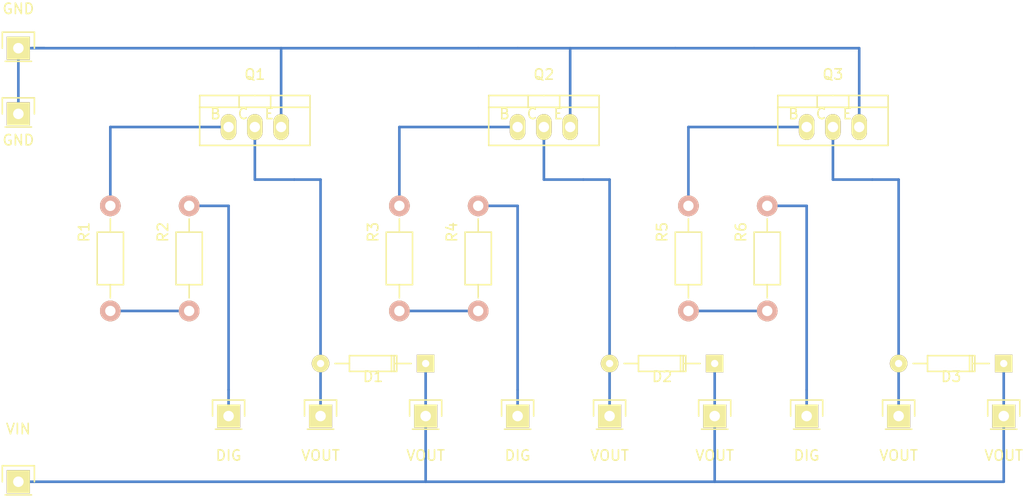
<source format=kicad_pcb>
(kicad_pcb (version 4) (host pcbnew "(2014-12-04 BZR 5312)-product")

  (general
    (links 0)
    (no_connects 0)
    (area 29.421 43.053 85.673001 86.34349)
    (thickness 1.6)
    (drawings 0)
    (tracks 53)
    (zones 0)
    (modules 24)
    (nets 1)
  )

  (page A4)
  (layers
    (0 F.Cu signal)
    (31 B.Cu signal)
    (32 B.Adhes user)
    (33 F.Adhes user)
    (34 B.Paste user)
    (35 F.Paste user)
    (36 B.SilkS user)
    (37 F.SilkS user)
    (38 B.Mask user)
    (39 F.Mask user)
    (40 Dwgs.User user)
    (41 Cmts.User user)
    (42 Eco1.User user)
    (43 Eco2.User user)
    (44 Edge.Cuts user)
    (45 Margin user)
    (46 B.CrtYd user)
    (47 F.CrtYd user)
    (48 B.Fab user)
    (49 F.Fab user)
  )

  (setup
    (last_trace_width 0.254)
    (trace_clearance 0.254)
    (zone_clearance 0.508)
    (zone_45_only no)
    (trace_min 0.254)
    (segment_width 0.2)
    (edge_width 0.1)
    (via_size 0.889)
    (via_drill 0.635)
    (via_min_size 0.889)
    (via_min_drill 0.508)
    (uvia_size 0.508)
    (uvia_drill 0.127)
    (uvias_allowed no)
    (uvia_min_size 0.508)
    (uvia_min_drill 0.127)
    (pcb_text_width 0.3)
    (pcb_text_size 1.5 1.5)
    (mod_edge_width 0.15)
    (mod_text_size 1 1)
    (mod_text_width 0.15)
    (pad_size 1.5 1.5)
    (pad_drill 0.6)
    (pad_to_mask_clearance 0)
    (aux_axis_origin 0 0)
    (visible_elements 7FFFFFFF)
    (pcbplotparams
      (layerselection 0x00030_80000001)
      (usegerberextensions false)
      (excludeedgelayer true)
      (linewidth 0.100000)
      (plotframeref false)
      (viasonmask false)
      (mode 1)
      (useauxorigin false)
      (hpglpennumber 1)
      (hpglpenspeed 20)
      (hpglpendiameter 15)
      (hpglpenoverlay 2)
      (psnegative false)
      (psa4output false)
      (plotreference true)
      (plotvalue true)
      (plotinvisibletext false)
      (padsonsilk false)
      (subtractmaskfromsilk false)
      (outputformat 1)
      (mirror false)
      (drillshape 1)
      (scaleselection 1)
      (outputdirectory ""))
  )

  (net 0 "")

  (net_class Default "This is the default net class."
    (clearance 0.254)
    (trace_width 0.254)
    (via_dia 0.889)
    (via_drill 0.635)
    (uvia_dia 0.508)
    (uvia_drill 0.127)
  )

  (module Transistors_TO-220:TO-220_Bipolar-BCE_Vertical (layer F.Cu) (tedit 54ED5B40) (tstamp 54ED5BAB)
    (at 97.79 50.8)
    (descr "TO-220, Bipolar-BCE, Vertical,")
    (tags "TO-220, Bipolar-BCE, Vertical,")
    (fp_text reference Q3 (at 0 -5.08) (layer F.SilkS)
      (effects (font (size 1 1) (thickness 0.15)))
    )
    (fp_text value TIP120 (at 0 3.81) (layer F.SilkS) hide
      (effects (font (size 1 1) (thickness 0.15)))
    )
    (fp_text user E (at 1.397 -1.27) (layer F.SilkS)
      (effects (font (size 1 1) (thickness 0.15)))
    )
    (fp_text user C (at -1.143 -1.27) (layer F.SilkS)
      (effects (font (size 1 1) (thickness 0.15)))
    )
    (fp_text user B (at -3.81 -1.27) (layer F.SilkS)
      (effects (font (size 1 1) (thickness 0.15)))
    )
    (fp_line (start -1.524 -3.048) (end -1.524 -1.905) (layer F.SilkS) (width 0.15))
    (fp_line (start 1.524 -3.048) (end 1.524 -1.905) (layer F.SilkS) (width 0.15))
    (fp_line (start 5.334 -1.905) (end 5.334 1.778) (layer F.SilkS) (width 0.15))
    (fp_line (start 5.334 1.778) (end -5.334 1.778) (layer F.SilkS) (width 0.15))
    (fp_line (start -5.334 1.778) (end -5.334 -1.905) (layer F.SilkS) (width 0.15))
    (fp_line (start 5.334 -3.048) (end 5.334 -1.905) (layer F.SilkS) (width 0.15))
    (fp_line (start 5.334 -1.905) (end -5.334 -1.905) (layer F.SilkS) (width 0.15))
    (fp_line (start -5.334 -1.905) (end -5.334 -3.048) (layer F.SilkS) (width 0.15))
    (fp_line (start 0 -3.048) (end -5.334 -3.048) (layer F.SilkS) (width 0.15))
    (fp_line (start 0 -3.048) (end 5.334 -3.048) (layer F.SilkS) (width 0.15))
    (pad C thru_hole oval (at 0 0 90) (size 2.49936 1.50114) (drill 1.00076) (layers *.Cu *.Mask F.SilkS))
    (pad B thru_hole oval (at -2.54 0 90) (size 2.49936 1.50114) (drill 1.00076) (layers *.Cu *.Mask F.SilkS))
    (pad E thru_hole oval (at 2.54 0 90) (size 2.49936 1.50114) (drill 1.00076) (layers *.Cu *.Mask F.SilkS))
    (model Transistors_TO-220/TO-220_Bipolar-BCE_Vertical.wrl
      (at (xyz 0 0 0))
      (scale (xyz 0.3937 0.3937 0.3937))
      (rotate (xyz 0 0 0))
    )
  )

  (module Resistors_ThroughHole:Resistor_Horizontal_RM10mm (layer F.Cu) (tedit 54ED5B48) (tstamp 54ED5BA0)
    (at 83.82 63.5 270)
    (descr "Resistor, Axial,  RM 10mm, 1/3W,")
    (tags "Resistor, Axial, RM 10mm, 1/3W,")
    (fp_text reference R5 (at -2.54 2.54 270) (layer F.SilkS)
      (effects (font (size 1 1) (thickness 0.15)))
    )
    (fp_text value 470Ω (at 2.54 2.54 270) (layer F.SilkS) hide
      (effects (font (size 1 1) (thickness 0.15)))
    )
    (fp_line (start -2.54 -1.27) (end 2.54 -1.27) (layer F.SilkS) (width 0.15))
    (fp_line (start 2.54 -1.27) (end 2.54 1.27) (layer F.SilkS) (width 0.15))
    (fp_line (start 2.54 1.27) (end -2.54 1.27) (layer F.SilkS) (width 0.15))
    (fp_line (start -2.54 1.27) (end -2.54 -1.27) (layer F.SilkS) (width 0.15))
    (fp_line (start -2.54 0) (end -3.81 0) (layer F.SilkS) (width 0.15))
    (fp_line (start 2.54 0) (end 3.81 0) (layer F.SilkS) (width 0.15))
    (pad 1 thru_hole circle (at -5.08 0 270) (size 1.99898 1.99898) (drill 1.00076) (layers *.Cu *.SilkS *.Mask))
    (pad 2 thru_hole circle (at 5.08 0 270) (size 1.99898 1.99898) (drill 1.00076) (layers *.Cu *.SilkS *.Mask))
    (model Resistors_ThroughHole/Resistor_Horizontal_RM10mm.wrl
      (at (xyz 0 0 0))
      (scale (xyz 0.4 0.4 0.4))
      (rotate (xyz 0 0 0))
    )
  )

  (module Resistors_ThroughHole:Resistor_Horizontal_RM10mm (layer F.Cu) (tedit 54ED5B4D) (tstamp 54ED5B95)
    (at 91.44 63.5 90)
    (descr "Resistor, Axial,  RM 10mm, 1/3W,")
    (tags "Resistor, Axial, RM 10mm, 1/3W,")
    (fp_text reference R6 (at 2.54 -2.54 90) (layer F.SilkS)
      (effects (font (size 1 1) (thickness 0.15)))
    )
    (fp_text value 470Ω (at -2.54 -2.54 90) (layer F.SilkS) hide
      (effects (font (size 1 1) (thickness 0.15)))
    )
    (fp_line (start -2.54 -1.27) (end 2.54 -1.27) (layer F.SilkS) (width 0.15))
    (fp_line (start 2.54 -1.27) (end 2.54 1.27) (layer F.SilkS) (width 0.15))
    (fp_line (start 2.54 1.27) (end -2.54 1.27) (layer F.SilkS) (width 0.15))
    (fp_line (start -2.54 1.27) (end -2.54 -1.27) (layer F.SilkS) (width 0.15))
    (fp_line (start -2.54 0) (end -3.81 0) (layer F.SilkS) (width 0.15))
    (fp_line (start 2.54 0) (end 3.81 0) (layer F.SilkS) (width 0.15))
    (pad 1 thru_hole circle (at -5.08 0 90) (size 1.99898 1.99898) (drill 1.00076) (layers *.Cu *.SilkS *.Mask))
    (pad 2 thru_hole circle (at 5.08 0 90) (size 1.99898 1.99898) (drill 1.00076) (layers *.Cu *.SilkS *.Mask))
    (model Resistors_ThroughHole/Resistor_Horizontal_RM10mm.wrl
      (at (xyz 0 0 0))
      (scale (xyz 0.4 0.4 0.4))
      (rotate (xyz 0 0 0))
    )
  )

  (module Pin_Headers:Pin_Header_Straight_1x01 (layer F.Cu) (tedit 54ED5B54) (tstamp 54ED5B89)
    (at 95.25 78.74)
    (descr "Through hole pin header")
    (tags "pin header")
    (fp_text reference DIG (at 0 3.81) (layer F.SilkS)
      (effects (font (size 1 1) (thickness 0.15)))
    )
    (fp_text value IN3 (at 0 2.54) (layer F.SilkS) hide
      (effects (font (size 1 1) (thickness 0.15)))
    )
    (fp_line (start 1.55 -1.55) (end 1.55 0) (layer F.SilkS) (width 0.15))
    (fp_line (start -1.75 -1.75) (end -1.75 1.75) (layer F.CrtYd) (width 0.05))
    (fp_line (start 1.75 -1.75) (end 1.75 1.75) (layer F.CrtYd) (width 0.05))
    (fp_line (start -1.75 -1.75) (end 1.75 -1.75) (layer F.CrtYd) (width 0.05))
    (fp_line (start -1.75 1.75) (end 1.75 1.75) (layer F.CrtYd) (width 0.05))
    (fp_line (start -1.55 0) (end -1.55 -1.55) (layer F.SilkS) (width 0.15))
    (fp_line (start -1.55 -1.55) (end 1.55 -1.55) (layer F.SilkS) (width 0.15))
    (fp_line (start -1.27 1.27) (end 1.27 1.27) (layer F.SilkS) (width 0.15))
    (pad 1 thru_hole rect (at 0 0) (size 2.2352 2.2352) (drill 1.016) (layers *.Cu *.Mask F.SilkS))
    (model Pin_Headers/Pin_Header_Straight_1x01.wrl
      (at (xyz 0 0 0))
      (scale (xyz 1 1 1))
      (rotate (xyz 0 0 90))
    )
  )

  (module Diodes_ThroughHole:Diode_DO-35_SOD27_Horizontal_RM10 (layer F.Cu) (tedit 54ED5B69) (tstamp 54ED5B7B)
    (at 109.22 73.66)
    (descr "Diode, DO-35,  SOD27, Horizontal, RM 10mm")
    (tags "Diode, DO-35, SOD27, Horizontal, RM 10mm, 1N4148,")
    (fp_text reference D3 (at 0 1.27) (layer F.SilkS)
      (effects (font (size 1 1) (thickness 0.15)))
    )
    (fp_text value 1N4001 (at 0 -1.27) (layer F.SilkS) hide
      (effects (font (size 1 1) (thickness 0.15)))
    )
    (fp_line (start -2.286 0) (end -3.683 0) (layer F.SilkS) (width 0.15))
    (fp_line (start 2.159 0) (end 3.683 0) (layer F.SilkS) (width 0.15))
    (fp_line (start 1.778 -0.762) (end 1.778 0.762) (layer F.SilkS) (width 0.15))
    (fp_line (start 2.032 -0.762) (end 2.032 0.762) (layer F.SilkS) (width 0.15))
    (fp_line (start 2.286 0) (end 2.286 0.762) (layer F.SilkS) (width 0.15))
    (fp_line (start 2.286 0.762) (end -2.286 0.762) (layer F.SilkS) (width 0.15))
    (fp_line (start -2.286 0.762) (end -2.286 -0.762) (layer F.SilkS) (width 0.15))
    (fp_line (start -2.286 -0.762) (end 2.286 -0.762) (layer F.SilkS) (width 0.15))
    (fp_line (start 2.286 -0.762) (end 2.286 0) (layer F.SilkS) (width 0.15))
    (pad 1 thru_hole circle (at -5.08 0) (size 1.69926 1.69926) (drill 0.70104) (layers *.Cu *.Mask F.SilkS))
    (pad 2 thru_hole rect (at 5.08 0) (size 1.69926 1.69926) (drill 0.70104) (layers *.Cu *.Mask F.SilkS))
    (model Diodes_ThroughHole/Diode_DO-35_SOD27_Horizontal_RM10.wrl
      (at (xyz 0 0 0))
      (scale (xyz 0.4 0.4 0.4))
      (rotate (xyz 0 0 0))
    )
  )

  (module Pin_Headers:Pin_Header_Straight_1x01 (layer F.Cu) (tedit 54ED5B5D) (tstamp 54ED5B6F)
    (at 104.14 78.74)
    (descr "Through hole pin header")
    (tags "pin header")
    (fp_text reference VOUT (at 0 3.81) (layer F.SilkS)
      (effects (font (size 1 1) (thickness 0.15)))
    )
    (fp_text value "TO SOL 3" (at 0 2.54) (layer F.SilkS) hide
      (effects (font (size 1 1) (thickness 0.15)))
    )
    (fp_line (start 1.55 -1.55) (end 1.55 0) (layer F.SilkS) (width 0.15))
    (fp_line (start -1.75 -1.75) (end -1.75 1.75) (layer F.CrtYd) (width 0.05))
    (fp_line (start 1.75 -1.75) (end 1.75 1.75) (layer F.CrtYd) (width 0.05))
    (fp_line (start -1.75 -1.75) (end 1.75 -1.75) (layer F.CrtYd) (width 0.05))
    (fp_line (start -1.75 1.75) (end 1.75 1.75) (layer F.CrtYd) (width 0.05))
    (fp_line (start -1.55 0) (end -1.55 -1.55) (layer F.SilkS) (width 0.15))
    (fp_line (start -1.55 -1.55) (end 1.55 -1.55) (layer F.SilkS) (width 0.15))
    (fp_line (start -1.27 1.27) (end 1.27 1.27) (layer F.SilkS) (width 0.15))
    (pad 1 thru_hole rect (at 0 0) (size 2.2352 2.2352) (drill 1.016) (layers *.Cu *.Mask F.SilkS))
    (model Pin_Headers/Pin_Header_Straight_1x01.wrl
      (at (xyz 0 0 0))
      (scale (xyz 1 1 1))
      (rotate (xyz 0 0 90))
    )
  )

  (module Pin_Headers:Pin_Header_Straight_1x01 (layer F.Cu) (tedit 54ED5B63) (tstamp 54ED5B63)
    (at 114.3 78.74)
    (descr "Through hole pin header")
    (tags "pin header")
    (fp_text reference VOUT (at 0 3.81) (layer F.SilkS)
      (effects (font (size 1 1) (thickness 0.15)))
    )
    (fp_text value "TO SOL 3" (at 0 2.54) (layer F.SilkS) hide
      (effects (font (size 1 1) (thickness 0.15)))
    )
    (fp_line (start 1.55 -1.55) (end 1.55 0) (layer F.SilkS) (width 0.15))
    (fp_line (start -1.75 -1.75) (end -1.75 1.75) (layer F.CrtYd) (width 0.05))
    (fp_line (start 1.75 -1.75) (end 1.75 1.75) (layer F.CrtYd) (width 0.05))
    (fp_line (start -1.75 -1.75) (end 1.75 -1.75) (layer F.CrtYd) (width 0.05))
    (fp_line (start -1.75 1.75) (end 1.75 1.75) (layer F.CrtYd) (width 0.05))
    (fp_line (start -1.55 0) (end -1.55 -1.55) (layer F.SilkS) (width 0.15))
    (fp_line (start -1.55 -1.55) (end 1.55 -1.55) (layer F.SilkS) (width 0.15))
    (fp_line (start -1.27 1.27) (end 1.27 1.27) (layer F.SilkS) (width 0.15))
    (pad 1 thru_hole rect (at 0 0) (size 2.2352 2.2352) (drill 1.016) (layers *.Cu *.Mask F.SilkS))
    (model Pin_Headers/Pin_Header_Straight_1x01.wrl
      (at (xyz 0 0 0))
      (scale (xyz 1 1 1))
      (rotate (xyz 0 0 90))
    )
  )

  (module Pin_Headers:Pin_Header_Straight_1x01 (layer F.Cu) (tedit 54ED5A63) (tstamp 54ED5A32)
    (at 86.36 78.74)
    (descr "Through hole pin header")
    (tags "pin header")
    (fp_text reference VOUT (at 0 3.81) (layer F.SilkS)
      (effects (font (size 1 1) (thickness 0.15)))
    )
    (fp_text value "TO SOL 2" (at 0 2.54) (layer F.SilkS) hide
      (effects (font (size 1 1) (thickness 0.15)))
    )
    (fp_line (start 1.55 -1.55) (end 1.55 0) (layer F.SilkS) (width 0.15))
    (fp_line (start -1.75 -1.75) (end -1.75 1.75) (layer F.CrtYd) (width 0.05))
    (fp_line (start 1.75 -1.75) (end 1.75 1.75) (layer F.CrtYd) (width 0.05))
    (fp_line (start -1.75 -1.75) (end 1.75 -1.75) (layer F.CrtYd) (width 0.05))
    (fp_line (start -1.75 1.75) (end 1.75 1.75) (layer F.CrtYd) (width 0.05))
    (fp_line (start -1.55 0) (end -1.55 -1.55) (layer F.SilkS) (width 0.15))
    (fp_line (start -1.55 -1.55) (end 1.55 -1.55) (layer F.SilkS) (width 0.15))
    (fp_line (start -1.27 1.27) (end 1.27 1.27) (layer F.SilkS) (width 0.15))
    (pad 1 thru_hole rect (at 0 0) (size 2.2352 2.2352) (drill 1.016) (layers *.Cu *.Mask F.SilkS))
    (model Pin_Headers/Pin_Header_Straight_1x01.wrl
      (at (xyz 0 0 0))
      (scale (xyz 1 1 1))
      (rotate (xyz 0 0 90))
    )
  )

  (module Pin_Headers:Pin_Header_Straight_1x01 (layer F.Cu) (tedit 54ED5A5B) (tstamp 54ED5A26)
    (at 76.2 78.74)
    (descr "Through hole pin header")
    (tags "pin header")
    (fp_text reference VOUT (at 0 3.81) (layer F.SilkS)
      (effects (font (size 1 1) (thickness 0.15)))
    )
    (fp_text value "TO SOL 2" (at 0 2.54) (layer F.SilkS) hide
      (effects (font (size 1 1) (thickness 0.15)))
    )
    (fp_line (start 1.55 -1.55) (end 1.55 0) (layer F.SilkS) (width 0.15))
    (fp_line (start -1.75 -1.75) (end -1.75 1.75) (layer F.CrtYd) (width 0.05))
    (fp_line (start 1.75 -1.75) (end 1.75 1.75) (layer F.CrtYd) (width 0.05))
    (fp_line (start -1.75 -1.75) (end 1.75 -1.75) (layer F.CrtYd) (width 0.05))
    (fp_line (start -1.75 1.75) (end 1.75 1.75) (layer F.CrtYd) (width 0.05))
    (fp_line (start -1.55 0) (end -1.55 -1.55) (layer F.SilkS) (width 0.15))
    (fp_line (start -1.55 -1.55) (end 1.55 -1.55) (layer F.SilkS) (width 0.15))
    (fp_line (start -1.27 1.27) (end 1.27 1.27) (layer F.SilkS) (width 0.15))
    (pad 1 thru_hole rect (at 0 0) (size 2.2352 2.2352) (drill 1.016) (layers *.Cu *.Mask F.SilkS))
    (model Pin_Headers/Pin_Header_Straight_1x01.wrl
      (at (xyz 0 0 0))
      (scale (xyz 1 1 1))
      (rotate (xyz 0 0 90))
    )
  )

  (module Diodes_ThroughHole:Diode_DO-35_SOD27_Horizontal_RM10 (layer F.Cu) (tedit 54ED5A6B) (tstamp 54ED5A18)
    (at 81.28 73.66)
    (descr "Diode, DO-35,  SOD27, Horizontal, RM 10mm")
    (tags "Diode, DO-35, SOD27, Horizontal, RM 10mm, 1N4148,")
    (fp_text reference D2 (at 0 1.27) (layer F.SilkS)
      (effects (font (size 1 1) (thickness 0.15)))
    )
    (fp_text value 1N4001 (at 0 -1.27) (layer F.SilkS) hide
      (effects (font (size 1 1) (thickness 0.15)))
    )
    (fp_line (start -2.286 0) (end -3.683 0) (layer F.SilkS) (width 0.15))
    (fp_line (start 2.159 0) (end 3.683 0) (layer F.SilkS) (width 0.15))
    (fp_line (start 1.778 -0.762) (end 1.778 0.762) (layer F.SilkS) (width 0.15))
    (fp_line (start 2.032 -0.762) (end 2.032 0.762) (layer F.SilkS) (width 0.15))
    (fp_line (start 2.286 0) (end 2.286 0.762) (layer F.SilkS) (width 0.15))
    (fp_line (start 2.286 0.762) (end -2.286 0.762) (layer F.SilkS) (width 0.15))
    (fp_line (start -2.286 0.762) (end -2.286 -0.762) (layer F.SilkS) (width 0.15))
    (fp_line (start -2.286 -0.762) (end 2.286 -0.762) (layer F.SilkS) (width 0.15))
    (fp_line (start 2.286 -0.762) (end 2.286 0) (layer F.SilkS) (width 0.15))
    (pad 1 thru_hole circle (at -5.08 0) (size 1.69926 1.69926) (drill 0.70104) (layers *.Cu *.Mask F.SilkS))
    (pad 2 thru_hole rect (at 5.08 0) (size 1.69926 1.69926) (drill 0.70104) (layers *.Cu *.Mask F.SilkS))
    (model Diodes_ThroughHole/Diode_DO-35_SOD27_Horizontal_RM10.wrl
      (at (xyz 0 0 0))
      (scale (xyz 0.4 0.4 0.4))
      (rotate (xyz 0 0 0))
    )
  )

  (module Pin_Headers:Pin_Header_Straight_1x01 (layer F.Cu) (tedit 54ED5A52) (tstamp 54ED5A0C)
    (at 67.31 78.74)
    (descr "Through hole pin header")
    (tags "pin header")
    (fp_text reference DIG (at 0 3.81) (layer F.SilkS)
      (effects (font (size 1 1) (thickness 0.15)))
    )
    (fp_text value IN2 (at 0 2.54) (layer F.SilkS) hide
      (effects (font (size 1 1) (thickness 0.15)))
    )
    (fp_line (start 1.55 -1.55) (end 1.55 0) (layer F.SilkS) (width 0.15))
    (fp_line (start -1.75 -1.75) (end -1.75 1.75) (layer F.CrtYd) (width 0.05))
    (fp_line (start 1.75 -1.75) (end 1.75 1.75) (layer F.CrtYd) (width 0.05))
    (fp_line (start -1.75 -1.75) (end 1.75 -1.75) (layer F.CrtYd) (width 0.05))
    (fp_line (start -1.75 1.75) (end 1.75 1.75) (layer F.CrtYd) (width 0.05))
    (fp_line (start -1.55 0) (end -1.55 -1.55) (layer F.SilkS) (width 0.15))
    (fp_line (start -1.55 -1.55) (end 1.55 -1.55) (layer F.SilkS) (width 0.15))
    (fp_line (start -1.27 1.27) (end 1.27 1.27) (layer F.SilkS) (width 0.15))
    (pad 1 thru_hole rect (at 0 0) (size 2.2352 2.2352) (drill 1.016) (layers *.Cu *.Mask F.SilkS))
    (model Pin_Headers/Pin_Header_Straight_1x01.wrl
      (at (xyz 0 0 0))
      (scale (xyz 1 1 1))
      (rotate (xyz 0 0 90))
    )
  )

  (module Resistors_ThroughHole:Resistor_Horizontal_RM10mm (layer F.Cu) (tedit 54ED5A1A) (tstamp 54ED5A01)
    (at 63.5 63.5 90)
    (descr "Resistor, Axial,  RM 10mm, 1/3W,")
    (tags "Resistor, Axial, RM 10mm, 1/3W,")
    (fp_text reference R4 (at 2.54 -2.54 90) (layer F.SilkS)
      (effects (font (size 1 1) (thickness 0.15)))
    )
    (fp_text value 470Ω (at -2.54 -2.54 90) (layer F.SilkS) hide
      (effects (font (size 1 1) (thickness 0.15)))
    )
    (fp_line (start -2.54 -1.27) (end 2.54 -1.27) (layer F.SilkS) (width 0.15))
    (fp_line (start 2.54 -1.27) (end 2.54 1.27) (layer F.SilkS) (width 0.15))
    (fp_line (start 2.54 1.27) (end -2.54 1.27) (layer F.SilkS) (width 0.15))
    (fp_line (start -2.54 1.27) (end -2.54 -1.27) (layer F.SilkS) (width 0.15))
    (fp_line (start -2.54 0) (end -3.81 0) (layer F.SilkS) (width 0.15))
    (fp_line (start 2.54 0) (end 3.81 0) (layer F.SilkS) (width 0.15))
    (pad 1 thru_hole circle (at -5.08 0 90) (size 1.99898 1.99898) (drill 1.00076) (layers *.Cu *.SilkS *.Mask))
    (pad 2 thru_hole circle (at 5.08 0 90) (size 1.99898 1.99898) (drill 1.00076) (layers *.Cu *.SilkS *.Mask))
    (model Resistors_ThroughHole/Resistor_Horizontal_RM10mm.wrl
      (at (xyz 0 0 0))
      (scale (xyz 0.4 0.4 0.4))
      (rotate (xyz 0 0 0))
    )
  )

  (module Resistors_ThroughHole:Resistor_Horizontal_RM10mm (layer F.Cu) (tedit 54ED5A11) (tstamp 54ED59F6)
    (at 55.88 63.5 270)
    (descr "Resistor, Axial,  RM 10mm, 1/3W,")
    (tags "Resistor, Axial, RM 10mm, 1/3W,")
    (fp_text reference R3 (at -2.54 2.54 270) (layer F.SilkS)
      (effects (font (size 1 1) (thickness 0.15)))
    )
    (fp_text value 470Ω (at 2.54 2.54 270) (layer F.SilkS) hide
      (effects (font (size 1 1) (thickness 0.15)))
    )
    (fp_line (start -2.54 -1.27) (end 2.54 -1.27) (layer F.SilkS) (width 0.15))
    (fp_line (start 2.54 -1.27) (end 2.54 1.27) (layer F.SilkS) (width 0.15))
    (fp_line (start 2.54 1.27) (end -2.54 1.27) (layer F.SilkS) (width 0.15))
    (fp_line (start -2.54 1.27) (end -2.54 -1.27) (layer F.SilkS) (width 0.15))
    (fp_line (start -2.54 0) (end -3.81 0) (layer F.SilkS) (width 0.15))
    (fp_line (start 2.54 0) (end 3.81 0) (layer F.SilkS) (width 0.15))
    (pad 1 thru_hole circle (at -5.08 0 270) (size 1.99898 1.99898) (drill 1.00076) (layers *.Cu *.SilkS *.Mask))
    (pad 2 thru_hole circle (at 5.08 0 270) (size 1.99898 1.99898) (drill 1.00076) (layers *.Cu *.SilkS *.Mask))
    (model Resistors_ThroughHole/Resistor_Horizontal_RM10mm.wrl
      (at (xyz 0 0 0))
      (scale (xyz 0.4 0.4 0.4))
      (rotate (xyz 0 0 0))
    )
  )

  (module Transistors_TO-220:TO-220_Bipolar-BCE_Vertical (layer F.Cu) (tedit 54ED5A05) (tstamp 54ED59E3)
    (at 69.85 50.8)
    (descr "TO-220, Bipolar-BCE, Vertical,")
    (tags "TO-220, Bipolar-BCE, Vertical,")
    (fp_text reference Q2 (at 0 -5.08) (layer F.SilkS)
      (effects (font (size 1 1) (thickness 0.15)))
    )
    (fp_text value TIP120 (at 0 3.81) (layer F.SilkS) hide
      (effects (font (size 1 1) (thickness 0.15)))
    )
    (fp_text user E (at 1.397 -1.27) (layer F.SilkS)
      (effects (font (size 1 1) (thickness 0.15)))
    )
    (fp_text user C (at -1.143 -1.27) (layer F.SilkS)
      (effects (font (size 1 1) (thickness 0.15)))
    )
    (fp_text user B (at -3.81 -1.27) (layer F.SilkS)
      (effects (font (size 1 1) (thickness 0.15)))
    )
    (fp_line (start -1.524 -3.048) (end -1.524 -1.905) (layer F.SilkS) (width 0.15))
    (fp_line (start 1.524 -3.048) (end 1.524 -1.905) (layer F.SilkS) (width 0.15))
    (fp_line (start 5.334 -1.905) (end 5.334 1.778) (layer F.SilkS) (width 0.15))
    (fp_line (start 5.334 1.778) (end -5.334 1.778) (layer F.SilkS) (width 0.15))
    (fp_line (start -5.334 1.778) (end -5.334 -1.905) (layer F.SilkS) (width 0.15))
    (fp_line (start 5.334 -3.048) (end 5.334 -1.905) (layer F.SilkS) (width 0.15))
    (fp_line (start 5.334 -1.905) (end -5.334 -1.905) (layer F.SilkS) (width 0.15))
    (fp_line (start -5.334 -1.905) (end -5.334 -3.048) (layer F.SilkS) (width 0.15))
    (fp_line (start 0 -3.048) (end -5.334 -3.048) (layer F.SilkS) (width 0.15))
    (fp_line (start 0 -3.048) (end 5.334 -3.048) (layer F.SilkS) (width 0.15))
    (pad C thru_hole oval (at 0 0 90) (size 2.49936 1.50114) (drill 1.00076) (layers *.Cu *.Mask F.SilkS))
    (pad B thru_hole oval (at -2.54 0 90) (size 2.49936 1.50114) (drill 1.00076) (layers *.Cu *.Mask F.SilkS))
    (pad E thru_hole oval (at 2.54 0 90) (size 2.49936 1.50114) (drill 1.00076) (layers *.Cu *.Mask F.SilkS))
    (model Transistors_TO-220/TO-220_Bipolar-BCE_Vertical.wrl
      (at (xyz 0 0 0))
      (scale (xyz 0.3937 0.3937 0.3937))
      (rotate (xyz 0 0 0))
    )
  )

  (module Transistors_TO-220:TO-220_Bipolar-BCE_Vertical (layer F.Cu) (tedit 54ED246D) (tstamp 54ED2A5C)
    (at 41.91 50.8)
    (descr "TO-220, Bipolar-BCE, Vertical,")
    (tags "TO-220, Bipolar-BCE, Vertical,")
    (fp_text reference Q1 (at 0 -5.08) (layer F.SilkS)
      (effects (font (size 1 1) (thickness 0.15)))
    )
    (fp_text value TIP120 (at 0 3.81) (layer F.SilkS) hide
      (effects (font (size 1 1) (thickness 0.15)))
    )
    (fp_text user E (at 1.397 -1.27) (layer F.SilkS)
      (effects (font (size 1 1) (thickness 0.15)))
    )
    (fp_text user C (at -1.143 -1.27) (layer F.SilkS)
      (effects (font (size 1 1) (thickness 0.15)))
    )
    (fp_text user B (at -3.81 -1.27) (layer F.SilkS)
      (effects (font (size 1 1) (thickness 0.15)))
    )
    (fp_line (start -1.524 -3.048) (end -1.524 -1.905) (layer F.SilkS) (width 0.15))
    (fp_line (start 1.524 -3.048) (end 1.524 -1.905) (layer F.SilkS) (width 0.15))
    (fp_line (start 5.334 -1.905) (end 5.334 1.778) (layer F.SilkS) (width 0.15))
    (fp_line (start 5.334 1.778) (end -5.334 1.778) (layer F.SilkS) (width 0.15))
    (fp_line (start -5.334 1.778) (end -5.334 -1.905) (layer F.SilkS) (width 0.15))
    (fp_line (start 5.334 -3.048) (end 5.334 -1.905) (layer F.SilkS) (width 0.15))
    (fp_line (start 5.334 -1.905) (end -5.334 -1.905) (layer F.SilkS) (width 0.15))
    (fp_line (start -5.334 -1.905) (end -5.334 -3.048) (layer F.SilkS) (width 0.15))
    (fp_line (start 0 -3.048) (end -5.334 -3.048) (layer F.SilkS) (width 0.15))
    (fp_line (start 0 -3.048) (end 5.334 -3.048) (layer F.SilkS) (width 0.15))
    (pad C thru_hole oval (at 0 0 90) (size 2.49936 1.50114) (drill 1.00076) (layers *.Cu *.Mask F.SilkS))
    (pad B thru_hole oval (at -2.54 0 90) (size 2.49936 1.50114) (drill 1.00076) (layers *.Cu *.Mask F.SilkS))
    (pad E thru_hole oval (at 2.54 0 90) (size 2.49936 1.50114) (drill 1.00076) (layers *.Cu *.Mask F.SilkS))
    (model Transistors_TO-220/TO-220_Bipolar-BCE_Vertical.wrl
      (at (xyz 0 0 0))
      (scale (xyz 0.3937 0.3937 0.3937))
      (rotate (xyz 0 0 0))
    )
  )

  (module Resistors_ThroughHole:Resistor_Horizontal_RM10mm (layer F.Cu) (tedit 54ED4CA3) (tstamp 54ED4AFA)
    (at 27.94 63.5 270)
    (descr "Resistor, Axial,  RM 10mm, 1/3W,")
    (tags "Resistor, Axial, RM 10mm, 1/3W,")
    (fp_text reference R1 (at -2.54 2.54 270) (layer F.SilkS)
      (effects (font (size 1 1) (thickness 0.15)))
    )
    (fp_text value 470Ω (at 2.54 2.54 270) (layer F.SilkS) hide
      (effects (font (size 1 1) (thickness 0.15)))
    )
    (fp_line (start -2.54 -1.27) (end 2.54 -1.27) (layer F.SilkS) (width 0.15))
    (fp_line (start 2.54 -1.27) (end 2.54 1.27) (layer F.SilkS) (width 0.15))
    (fp_line (start 2.54 1.27) (end -2.54 1.27) (layer F.SilkS) (width 0.15))
    (fp_line (start -2.54 1.27) (end -2.54 -1.27) (layer F.SilkS) (width 0.15))
    (fp_line (start -2.54 0) (end -3.81 0) (layer F.SilkS) (width 0.15))
    (fp_line (start 2.54 0) (end 3.81 0) (layer F.SilkS) (width 0.15))
    (pad 1 thru_hole circle (at -5.08 0 270) (size 1.99898 1.99898) (drill 1.00076) (layers *.Cu *.SilkS *.Mask))
    (pad 2 thru_hole circle (at 5.08 0 270) (size 1.99898 1.99898) (drill 1.00076) (layers *.Cu *.SilkS *.Mask))
    (model Resistors_ThroughHole/Resistor_Horizontal_RM10mm.wrl
      (at (xyz 0 0 0))
      (scale (xyz 0.4 0.4 0.4))
      (rotate (xyz 0 0 0))
    )
  )

  (module Resistors_ThroughHole:Resistor_Horizontal_RM10mm (layer F.Cu) (tedit 54ED4C9A) (tstamp 54ED4C63)
    (at 35.56 63.5 90)
    (descr "Resistor, Axial,  RM 10mm, 1/3W,")
    (tags "Resistor, Axial, RM 10mm, 1/3W,")
    (fp_text reference R2 (at 2.54 -2.54 90) (layer F.SilkS)
      (effects (font (size 1 1) (thickness 0.15)))
    )
    (fp_text value 470Ω (at -2.54 -2.54 90) (layer F.SilkS) hide
      (effects (font (size 1 1) (thickness 0.15)))
    )
    (fp_line (start -2.54 -1.27) (end 2.54 -1.27) (layer F.SilkS) (width 0.15))
    (fp_line (start 2.54 -1.27) (end 2.54 1.27) (layer F.SilkS) (width 0.15))
    (fp_line (start 2.54 1.27) (end -2.54 1.27) (layer F.SilkS) (width 0.15))
    (fp_line (start -2.54 1.27) (end -2.54 -1.27) (layer F.SilkS) (width 0.15))
    (fp_line (start -2.54 0) (end -3.81 0) (layer F.SilkS) (width 0.15))
    (fp_line (start 2.54 0) (end 3.81 0) (layer F.SilkS) (width 0.15))
    (pad 1 thru_hole circle (at -5.08 0 90) (size 1.99898 1.99898) (drill 1.00076) (layers *.Cu *.SilkS *.Mask))
    (pad 2 thru_hole circle (at 5.08 0 90) (size 1.99898 1.99898) (drill 1.00076) (layers *.Cu *.SilkS *.Mask))
    (model Resistors_ThroughHole/Resistor_Horizontal_RM10mm.wrl
      (at (xyz 0 0 0))
      (scale (xyz 0.4 0.4 0.4))
      (rotate (xyz 0 0 0))
    )
  )

  (module Pin_Headers:Pin_Header_Straight_1x01 (layer F.Cu) (tedit 54ED51C0) (tstamp 54ED5110)
    (at 19.05 43.18)
    (descr "Through hole pin header")
    (tags "pin header")
    (fp_text reference GND (at 0 -3.81) (layer F.SilkS)
      (effects (font (size 1 1) (thickness 0.15)))
    )
    (fp_text value BAT (at 0 -2.54) (layer F.SilkS) hide
      (effects (font (size 1 1) (thickness 0.15)))
    )
    (fp_line (start 1.55 -1.55) (end 1.55 0) (layer F.SilkS) (width 0.15))
    (fp_line (start -1.75 -1.75) (end -1.75 1.75) (layer F.CrtYd) (width 0.05))
    (fp_line (start 1.75 -1.75) (end 1.75 1.75) (layer F.CrtYd) (width 0.05))
    (fp_line (start -1.75 -1.75) (end 1.75 -1.75) (layer F.CrtYd) (width 0.05))
    (fp_line (start -1.75 1.75) (end 1.75 1.75) (layer F.CrtYd) (width 0.05))
    (fp_line (start -1.55 0) (end -1.55 -1.55) (layer F.SilkS) (width 0.15))
    (fp_line (start -1.55 -1.55) (end 1.55 -1.55) (layer F.SilkS) (width 0.15))
    (fp_line (start -1.27 1.27) (end 1.27 1.27) (layer F.SilkS) (width 0.15))
    (pad 1 thru_hole rect (at 0 0) (size 2.2352 2.2352) (drill 1.016) (layers *.Cu *.Mask F.SilkS))
    (model Pin_Headers/Pin_Header_Straight_1x01.wrl
      (at (xyz 0 0 0))
      (scale (xyz 1 1 1))
      (rotate (xyz 0 0 90))
    )
  )

  (module Pin_Headers:Pin_Header_Straight_1x01 (layer F.Cu) (tedit 54ED51B9) (tstamp 54ED516E)
    (at 19.05 49.53)
    (descr "Through hole pin header")
    (tags "pin header")
    (fp_text reference GND (at 0 2.54) (layer F.SilkS)
      (effects (font (size 1 1) (thickness 0.15)))
    )
    (fp_text value ARDUINO (at 0 3.81) (layer F.SilkS) hide
      (effects (font (size 1 1) (thickness 0.15)))
    )
    (fp_line (start 1.55 -1.55) (end 1.55 0) (layer F.SilkS) (width 0.15))
    (fp_line (start -1.75 -1.75) (end -1.75 1.75) (layer F.CrtYd) (width 0.05))
    (fp_line (start 1.75 -1.75) (end 1.75 1.75) (layer F.CrtYd) (width 0.05))
    (fp_line (start -1.75 -1.75) (end 1.75 -1.75) (layer F.CrtYd) (width 0.05))
    (fp_line (start -1.75 1.75) (end 1.75 1.75) (layer F.CrtYd) (width 0.05))
    (fp_line (start -1.55 0) (end -1.55 -1.55) (layer F.SilkS) (width 0.15))
    (fp_line (start -1.55 -1.55) (end 1.55 -1.55) (layer F.SilkS) (width 0.15))
    (fp_line (start -1.27 1.27) (end 1.27 1.27) (layer F.SilkS) (width 0.15))
    (pad 1 thru_hole rect (at 0 0) (size 2.2352 2.2352) (drill 1.016) (layers *.Cu *.Mask F.SilkS))
    (model Pin_Headers/Pin_Header_Straight_1x01.wrl
      (at (xyz 0 0 0))
      (scale (xyz 1 1 1))
      (rotate (xyz 0 0 90))
    )
  )

  (module Pin_Headers:Pin_Header_Straight_1x01 (layer F.Cu) (tedit 54ED5A42) (tstamp 54ED544D)
    (at 39.37 78.74)
    (descr "Through hole pin header")
    (tags "pin header")
    (fp_text reference DIG (at 0 3.81) (layer F.SilkS)
      (effects (font (size 1 1) (thickness 0.15)))
    )
    (fp_text value IN1 (at 0 2.54) (layer F.SilkS) hide
      (effects (font (size 1 1) (thickness 0.15)))
    )
    (fp_line (start 1.55 -1.55) (end 1.55 0) (layer F.SilkS) (width 0.15))
    (fp_line (start -1.75 -1.75) (end -1.75 1.75) (layer F.CrtYd) (width 0.05))
    (fp_line (start 1.75 -1.75) (end 1.75 1.75) (layer F.CrtYd) (width 0.05))
    (fp_line (start -1.75 -1.75) (end 1.75 -1.75) (layer F.CrtYd) (width 0.05))
    (fp_line (start -1.75 1.75) (end 1.75 1.75) (layer F.CrtYd) (width 0.05))
    (fp_line (start -1.55 0) (end -1.55 -1.55) (layer F.SilkS) (width 0.15))
    (fp_line (start -1.55 -1.55) (end 1.55 -1.55) (layer F.SilkS) (width 0.15))
    (fp_line (start -1.27 1.27) (end 1.27 1.27) (layer F.SilkS) (width 0.15))
    (pad 1 thru_hole rect (at 0 0) (size 2.2352 2.2352) (drill 1.016) (layers *.Cu *.Mask F.SilkS))
    (model Pin_Headers/Pin_Header_Straight_1x01.wrl
      (at (xyz 0 0 0))
      (scale (xyz 1 1 1))
      (rotate (xyz 0 0 90))
    )
  )

  (module Diodes_ThroughHole:Diode_DO-35_SOD27_Horizontal_RM10 (layer F.Cu) (tedit 54ED56EE) (tstamp 54ED565E)
    (at 53.34 73.66)
    (descr "Diode, DO-35,  SOD27, Horizontal, RM 10mm")
    (tags "Diode, DO-35, SOD27, Horizontal, RM 10mm, 1N4148,")
    (fp_text reference D1 (at 0 1.27) (layer F.SilkS)
      (effects (font (size 1 1) (thickness 0.15)))
    )
    (fp_text value 1N4001 (at 0 -1.27) (layer F.SilkS) hide
      (effects (font (size 1 1) (thickness 0.15)))
    )
    (fp_line (start -2.286 0) (end -3.683 0) (layer F.SilkS) (width 0.15))
    (fp_line (start 2.159 0) (end 3.683 0) (layer F.SilkS) (width 0.15))
    (fp_line (start 1.778 -0.762) (end 1.778 0.762) (layer F.SilkS) (width 0.15))
    (fp_line (start 2.032 -0.762) (end 2.032 0.762) (layer F.SilkS) (width 0.15))
    (fp_line (start 2.286 0) (end 2.286 0.762) (layer F.SilkS) (width 0.15))
    (fp_line (start 2.286 0.762) (end -2.286 0.762) (layer F.SilkS) (width 0.15))
    (fp_line (start -2.286 0.762) (end -2.286 -0.762) (layer F.SilkS) (width 0.15))
    (fp_line (start -2.286 -0.762) (end 2.286 -0.762) (layer F.SilkS) (width 0.15))
    (fp_line (start 2.286 -0.762) (end 2.286 0) (layer F.SilkS) (width 0.15))
    (pad 1 thru_hole circle (at -5.08 0) (size 1.69926 1.69926) (drill 0.70104) (layers *.Cu *.Mask F.SilkS))
    (pad 2 thru_hole rect (at 5.08 0) (size 1.69926 1.69926) (drill 0.70104) (layers *.Cu *.Mask F.SilkS))
    (model Diodes_ThroughHole/Diode_DO-35_SOD27_Horizontal_RM10.wrl
      (at (xyz 0 0 0))
      (scale (xyz 0.4 0.4 0.4))
      (rotate (xyz 0 0 0))
    )
  )

  (module Pin_Headers:Pin_Header_Straight_1x01 (layer F.Cu) (tedit 54ED5793) (tstamp 54ED575E)
    (at 19.05 85.09)
    (descr "Through hole pin header")
    (tags "pin header")
    (fp_text reference VIN (at 0 -5.1) (layer F.SilkS)
      (effects (font (size 1 1) (thickness 0.15)))
    )
    (fp_text value 11.1V (at 0 -3.1) (layer F.SilkS) hide
      (effects (font (size 1 1) (thickness 0.15)))
    )
    (fp_line (start 1.55 -1.55) (end 1.55 0) (layer F.SilkS) (width 0.15))
    (fp_line (start -1.75 -1.75) (end -1.75 1.75) (layer F.CrtYd) (width 0.05))
    (fp_line (start 1.75 -1.75) (end 1.75 1.75) (layer F.CrtYd) (width 0.05))
    (fp_line (start -1.75 -1.75) (end 1.75 -1.75) (layer F.CrtYd) (width 0.05))
    (fp_line (start -1.75 1.75) (end 1.75 1.75) (layer F.CrtYd) (width 0.05))
    (fp_line (start -1.55 0) (end -1.55 -1.55) (layer F.SilkS) (width 0.15))
    (fp_line (start -1.55 -1.55) (end 1.55 -1.55) (layer F.SilkS) (width 0.15))
    (fp_line (start -1.27 1.27) (end 1.27 1.27) (layer F.SilkS) (width 0.15))
    (pad 1 thru_hole rect (at 0 0) (size 2.2352 2.2352) (drill 1.016) (layers *.Cu *.Mask F.SilkS))
    (model Pin_Headers/Pin_Header_Straight_1x01.wrl
      (at (xyz 0 0 0))
      (scale (xyz 1 1 1))
      (rotate (xyz 0 0 90))
    )
  )

  (module Pin_Headers:Pin_Header_Straight_1x01 (layer F.Cu) (tedit 54ED5913) (tstamp 54ED5896)
    (at 48.26 78.74)
    (descr "Through hole pin header")
    (tags "pin header")
    (fp_text reference VOUT (at 0 3.81) (layer F.SilkS)
      (effects (font (size 1 1) (thickness 0.15)))
    )
    (fp_text value "TO SOL 1" (at 0 2.54) (layer F.SilkS) hide
      (effects (font (size 1 1) (thickness 0.15)))
    )
    (fp_line (start 1.55 -1.55) (end 1.55 0) (layer F.SilkS) (width 0.15))
    (fp_line (start -1.75 -1.75) (end -1.75 1.75) (layer F.CrtYd) (width 0.05))
    (fp_line (start 1.75 -1.75) (end 1.75 1.75) (layer F.CrtYd) (width 0.05))
    (fp_line (start -1.75 -1.75) (end 1.75 -1.75) (layer F.CrtYd) (width 0.05))
    (fp_line (start -1.75 1.75) (end 1.75 1.75) (layer F.CrtYd) (width 0.05))
    (fp_line (start -1.55 0) (end -1.55 -1.55) (layer F.SilkS) (width 0.15))
    (fp_line (start -1.55 -1.55) (end 1.55 -1.55) (layer F.SilkS) (width 0.15))
    (fp_line (start -1.27 1.27) (end 1.27 1.27) (layer F.SilkS) (width 0.15))
    (pad 1 thru_hole rect (at 0 0) (size 2.2352 2.2352) (drill 1.016) (layers *.Cu *.Mask F.SilkS))
    (model Pin_Headers/Pin_Header_Straight_1x01.wrl
      (at (xyz 0 0 0))
      (scale (xyz 1 1 1))
      (rotate (xyz 0 0 90))
    )
  )

  (module Pin_Headers:Pin_Header_Straight_1x01 (layer F.Cu) (tedit 54ED58E3) (tstamp 54ED58A3)
    (at 58.42 78.74)
    (descr "Through hole pin header")
    (tags "pin header")
    (fp_text reference VOUT (at 0 3.81) (layer F.SilkS)
      (effects (font (size 1 1) (thickness 0.15)))
    )
    (fp_text value "TO SOL 1" (at 0 2.54) (layer F.SilkS) hide
      (effects (font (size 1 1) (thickness 0.15)))
    )
    (fp_line (start 1.55 -1.55) (end 1.55 0) (layer F.SilkS) (width 0.15))
    (fp_line (start -1.75 -1.75) (end -1.75 1.75) (layer F.CrtYd) (width 0.05))
    (fp_line (start 1.75 -1.75) (end 1.75 1.75) (layer F.CrtYd) (width 0.05))
    (fp_line (start -1.75 -1.75) (end 1.75 -1.75) (layer F.CrtYd) (width 0.05))
    (fp_line (start -1.75 1.75) (end 1.75 1.75) (layer F.CrtYd) (width 0.05))
    (fp_line (start -1.55 0) (end -1.55 -1.55) (layer F.SilkS) (width 0.15))
    (fp_line (start -1.55 -1.55) (end 1.55 -1.55) (layer F.SilkS) (width 0.15))
    (fp_line (start -1.27 1.27) (end 1.27 1.27) (layer F.SilkS) (width 0.15))
    (pad 1 thru_hole rect (at 0 0) (size 2.2352 2.2352) (drill 1.016) (layers *.Cu *.Mask F.SilkS))
    (model Pin_Headers/Pin_Header_Straight_1x01.wrl
      (at (xyz 0 0 0))
      (scale (xyz 1 1 1))
      (rotate (xyz 0 0 90))
    )
  )

  (segment (start 58.42 85.09) (end 58.42 78.74) (width 0.254) (layer B.Cu) (net 0) (status 800000))
  (segment (start 86.36 85.09) (end 86.36 78.74) (width 0.254) (layer B.Cu) (net 0) (status 800000))
  (segment (start 19.05 85.09) (end 58.42 85.09) (width 0.254) (layer B.Cu) (net 0) (status 400000))
  (segment (start 58.42 85.09) (end 86.36 85.09) (width 0.254) (layer B.Cu) (net 0) (tstamp 54ED5C4D))
  (segment (start 86.36 85.09) (end 114.3 85.09) (width 0.254) (layer B.Cu) (net 0) (tstamp 54ED5C49))
  (segment (start 114.3 85.09) (end 114.3 78.74) (width 0.254) (layer B.Cu) (net 0) (tstamp 54ED5C46) (status 800000))
  (segment (start 90.17 43.18) (end 100.33 43.18) (width 0.254) (layer B.Cu) (net 0))
  (segment (start 44.45 43.18) (end 63.5 43.18) (width 0.254) (layer B.Cu) (net 0) (tstamp 54ED2EC0))
  (segment (start 82.55 43.18) (end 67.31 43.18) (width 0.254) (layer B.Cu) (net 0) (tstamp 54ED2EC4))
  (segment (start 82.55 43.18) (end 90.17 43.18) (width 0.254) (layer B.Cu) (net 0))
  (segment (start 67.31 43.18) (end 63.5 43.18) (width 0.254) (layer B.Cu) (net 0) (tstamp 54ED4F2D))
  (segment (start 100.33 43.18) (end 100.33 50.8) (width 0.254) (layer B.Cu) (net 0) (tstamp 54ED5BCD))
  (segment (start 101.6 55.88) (end 104.14 55.88) (width 0.254) (layer B.Cu) (net 0) (tstamp 54ED5BD6))
  (segment (start 101.6 55.88) (end 97.79 55.88) (width 0.254) (layer B.Cu) (net 0) (tstamp 54ED5BD5))
  (segment (start 97.79 50.8) (end 97.79 55.88) (width 0.254) (layer B.Cu) (net 0) (tstamp 54ED5BD4))
  (segment (start 104.14 55.88) (end 104.14 73.66) (width 0.254) (layer B.Cu) (net 0) (tstamp 54ED5BD3))
  (segment (start 95.25 78.74) (end 95.25 76.2) (width 0.254) (layer B.Cu) (net 0) (tstamp 54ED5BD2))
  (segment (start 95.25 58.42) (end 91.44 58.42) (width 0.254) (layer B.Cu) (net 0) (tstamp 54ED5BD1))
  (segment (start 95.25 76.2) (end 95.25 58.42) (width 0.254) (layer B.Cu) (net 0) (tstamp 54ED5BD0))
  (segment (start 114.3 73.66) (end 114.3 78.74) (width 0.254) (layer B.Cu) (net 0) (tstamp 54ED5BCF))
  (segment (start 104.14 73.66) (end 104.14 78.74) (width 0.254) (layer B.Cu) (net 0) (tstamp 54ED5BCE))
  (segment (start 83.82 68.58) (end 91.44 68.58) (width 0.254) (layer B.Cu) (net 0) (tstamp 54ED5BCC))
  (segment (start 95.25 50.8) (end 83.82 50.8) (width 0.254) (layer B.Cu) (net 0) (tstamp 54ED5BCB))
  (segment (start 83.82 50.8) (end 83.82 58.42) (width 0.254) (layer B.Cu) (net 0) (tstamp 54ED5BCA))
  (segment (start 55.88 50.8) (end 55.88 58.42) (width 0.254) (layer B.Cu) (net 0) (tstamp 54ED5A4A))
  (segment (start 67.31 50.8) (end 55.88 50.8) (width 0.254) (layer B.Cu) (net 0) (tstamp 54ED5A49))
  (segment (start 55.88 68.58) (end 63.5 68.58) (width 0.254) (layer B.Cu) (net 0) (tstamp 54ED5A48))
  (segment (start 72.39 50.8) (end 72.39 43.18) (width 0.254) (layer B.Cu) (net 0) (tstamp 54ED5A47))
  (segment (start 76.2 73.66) (end 76.2 78.74) (width 0.254) (layer B.Cu) (net 0) (tstamp 54ED5A46))
  (segment (start 86.36 73.66) (end 86.36 78.74) (width 0.254) (layer B.Cu) (net 0) (tstamp 54ED5A45))
  (segment (start 67.31 76.2) (end 67.31 58.42) (width 0.254) (layer B.Cu) (net 0) (tstamp 54ED5A44))
  (segment (start 67.31 58.42) (end 63.5 58.42) (width 0.254) (layer B.Cu) (net 0) (tstamp 54ED5A43))
  (segment (start 67.31 78.74) (end 67.31 76.2) (width 0.254) (layer B.Cu) (net 0) (tstamp 54ED5A42))
  (segment (start 76.2 55.88) (end 76.2 73.66) (width 0.254) (layer B.Cu) (net 0) (tstamp 54ED5A41))
  (segment (start 69.85 50.8) (end 69.85 55.88) (width 0.254) (layer B.Cu) (net 0) (tstamp 54ED5A40))
  (segment (start 73.66 55.88) (end 69.85 55.88) (width 0.254) (layer B.Cu) (net 0) (tstamp 54ED5A3F))
  (segment (start 73.66 55.88) (end 76.2 55.88) (width 0.254) (layer B.Cu) (net 0) (tstamp 54ED5A3E))
  (segment (start 45.72 55.88) (end 48.26 55.88) (width 0.254) (layer B.Cu) (net 0))
  (segment (start 45.72 55.88) (end 41.91 55.88) (width 0.254) (layer B.Cu) (net 0) (tstamp 54ED583C))
  (segment (start 41.91 50.8) (end 41.91 55.88) (width 0.254) (layer B.Cu) (net 0) (tstamp 54ED583E))
  (segment (start 48.26 55.88) (end 48.26 73.66) (width 0.254) (layer B.Cu) (net 0))
  (segment (start 39.37 78.74) (end 39.37 76.2) (width 0.254) (layer B.Cu) (net 0))
  (segment (start 39.37 58.42) (end 35.56 58.42) (width 0.254) (layer B.Cu) (net 0) (tstamp 54ED5489))
  (segment (start 39.37 76.2) (end 39.37 58.42) (width 0.254) (layer B.Cu) (net 0))
  (segment (start 58.42 73.66) (end 58.42 78.74) (width 0.254) (layer B.Cu) (net 0))
  (segment (start 48.26 73.66) (end 48.26 78.74) (width 0.254) (layer B.Cu) (net 0))
  (segment (start 19.05 49.53) (end 19.05 43.18) (width 0.254) (layer B.Cu) (net 0))
  (segment (start 44.45 43.18) (end 19.05 43.18) (width 0.254) (layer B.Cu) (net 0))
  (segment (start 21.59 43.18) (end 20.32 43.18) (width 0.254) (layer B.Cu) (net 0) (tstamp 54ED5201))
  (segment (start 44.45 50.8) (end 44.45 43.18) (width 0.254) (layer B.Cu) (net 0))
  (segment (start 27.94 68.58) (end 35.56 68.58) (width 0.254) (layer B.Cu) (net 0))
  (segment (start 39.37 50.8) (end 27.94 50.8) (width 0.254) (layer B.Cu) (net 0))
  (segment (start 27.94 50.8) (end 27.94 58.42) (width 0.254) (layer B.Cu) (net 0) (tstamp 54ED4B81))

)

</source>
